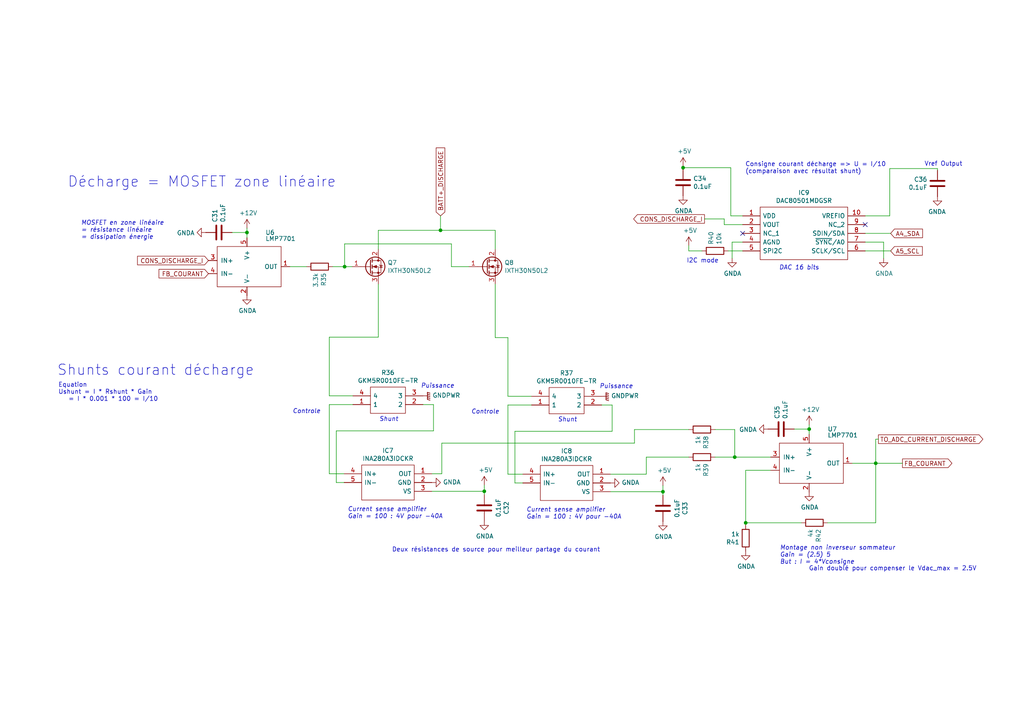
<source format=kicad_sch>
(kicad_sch (version 20231120) (generator "eeschema") (generator_version "8.0")
  (paper "A4")
  (lib_symbols
    (symbol "Device:C" (pin_numbers hide) (pin_names (offset 0.254))
      (property "Reference" "C" (at 0.635 2.54 0))
      (property "Value" "C" (at 0.635 -2.54 0))
      (symbol "C_0_1"
        (polyline (pts (xy -2.032 -0.762) (xy 2.032 -0.762)) (stroke (width 0.508)))
        (polyline (pts (xy -2.032 0.762) (xy 2.032 0.762)) (stroke (width 0.508)))
      )
      (symbol "C_1_1"
        (pin passive line (at 0 3.81 270) (length 2.794) (name "~") (number "1"))
        (pin passive line (at 0 -3.81 90) (length 2.794) (name "~") (number "2"))
      )
    )
    (symbol "Device:Q_NMOS_GDS" (pin_names (offset 0) hide)
      (property "Reference" "Q" (at 5.08 1.27 0))
      (property "Value" "Q_NMOS_GDS" (at 5.08 -1.27 0))
      (symbol "Q_NMOS_GDS_0_1"
        (polyline (pts (xy 0.254 0) (xy -2.54 0)))
        (polyline (pts (xy 0.254 1.905) (xy 0.254 -1.905)) (stroke (width 0.254)))
        (polyline (pts (xy 0.762 -1.27) (xy 0.762 -2.286)) (stroke (width 0.254)))
        (polyline (pts (xy 0.762 0.508) (xy 0.762 -0.508)) (stroke (width 0.254)))
        (polyline (pts (xy 0.762 2.286) (xy 0.762 1.27)) (stroke (width 0.254)))
        (polyline (pts (xy 2.54 2.54) (xy 2.54 1.778)))
        (polyline (pts (xy 2.54 -2.54) (xy 2.54 0) (xy 0.762 0)))
        (polyline (pts (xy 0.762 -1.778) (xy 3.302 -1.778) (xy 3.302 1.778) (xy 0.762 1.778)))
        (polyline (pts (xy 1.016 0) (xy 2.032 0.381) (xy 2.032 -0.381) (xy 1.016 0)) (fill (type outline)))
        (polyline (pts (xy 2.794 0.508) (xy 2.921 0.381) (xy 3.683 0.381) (xy 3.81 0.254)))
        (polyline (pts (xy 3.302 0.381) (xy 2.921 -0.254) (xy 3.683 -0.254) (xy 3.302 0.381)))
        (circle (center 1.651 0) (radius 2.794) (stroke (width 0.254)))
        (circle (center 2.54 -1.778) (radius 0.254) (fill (type outline)))
        (circle (center 2.54 1.778) (radius 0.254) (fill (type outline)))
      )
      (symbol "Q_NMOS_GDS_1_1"
        (pin input line (at -5.08 0 0) (length 2.54) (name "G") (number "1"))
        (pin passive line (at 2.54 5.08 270) (length 2.54) (name "D") (number "2"))
        (pin passive line (at 2.54 -5.08 90) (length 2.54) (name "S") (number "3"))
      )
    )
    (symbol "Device:R" (pin_numbers hide) (pin_names (offset 0))
      (property "Reference" "R" (at 2.032 0 90))
      (property "Value" "R" (at 0 0 90))
      (symbol "R_0_1"
        (rectangle (start -1.016 -2.54) (end 1.016 2.54) (stroke (width 0.254)))
      )
      (symbol "R_1_1"
        (pin passive line (at 0 3.81 270) (length 1.27) (name "~") (number "1"))
        (pin passive line (at 0 -3.81 90) (length 1.27) (name "~") (number "2"))
      )
    )
    (symbol "open-lion:DAC80501MDGSR" (pin_names (offset 0.762))
      (property "Reference" "IC" (at 31.75 7.62 0))
      (property "Value" "DAC80501MDGSR" (at 31.75 5.08 0))
      (symbol "DAC80501MDGSR_0_0"
        (pin passive line (at 0 0 0) (length 5.08) (name "VDD") (number "1"))
        (pin passive line (at 35.56 0 180) (length 5.08) (name "VREFIO") (number "10"))
        (pin passive line (at 0 -2.54 0) (length 5.08) (name "VOUT") (number "2"))
        (pin passive line (at 0 -5.08 0) (length 5.08) (name "NC_1") (number "3"))
        (pin passive line (at 0 -7.62 0) (length 5.08) (name "AGND") (number "4"))
        (pin passive line (at 0 -10.16 0) (length 5.08) (name "SPI2C") (number "5"))
        (pin passive line (at 35.56 -10.16 180) (length 5.08) (name "SCLK/SCL") (number "6"))
        (pin passive line (at 35.56 -7.62 180) (length 5.08) (name "~{SYNC}/A0") (number "7"))
        (pin passive line (at 35.56 -5.08 180) (length 5.08) (name "SDIN/SDA") (number "8"))
        (pin passive line (at 35.56 -2.54 180) (length 5.08) (name "NC_2") (number "9"))
      )
      (symbol "DAC80501MDGSR_0_1"
        (polyline (pts (xy 5.08 2.54) (xy 30.48 2.54) (xy 30.48 -12.7) (xy 5.08 -12.7) (xy 5.08 2.54)) (stroke (width 0.1524)))
      )
    )
    (symbol "open-lion:GKM5R0010FE-TR" (pin_names (offset 0.762))
      (property "Reference" "R" (at 16.51 7.62 0))
      (property "Value" "GKM5R0010FE-TR" (at 16.51 5.08 0))
      (symbol "GKM5R0010FE-TR_0_0"
        (pin passive line (at 0 -2.54 0) (length 5.08) (name "1") (number "1"))
        (pin passive line (at 20.32 -2.54 180) (length 5.08) (name "2") (number "2"))
        (pin passive line (at 20.32 0 180) (length 5.08) (name "3") (number "3"))
        (pin passive line (at 0 0 0) (length 5.08) (name "4") (number "4"))
      )
      (symbol "GKM5R0010FE-TR_0_1"
        (polyline (pts (xy 5.08 2.54) (xy 15.24 2.54) (xy 15.24 -5.08) (xy 5.08 -5.08) (xy 5.08 2.54)) (stroke (width 0.1524)))
      )
    )
    (symbol "open-lion:INA280A3IDCKR" (pin_names (offset 0.762))
      (property "Reference" "IC" (at 21.59 7.62 0))
      (property "Value" "INA280A3IDCKR" (at 21.59 5.08 0))
      (symbol "INA280A3IDCKR_0_0"
        (pin passive line (at 0 0 0) (length 5.08) (name "OUT") (number "1"))
        (pin passive line (at 0 -2.54 0) (length 5.08) (name "GND") (number "2"))
        (pin passive line (at 0 -5.08 0) (length 5.08) (name "VS") (number "3"))
        (pin passive line (at 25.4 0 180) (length 5.08) (name "IN+") (number "4"))
        (pin passive line (at 25.4 -2.54 180) (length 5.08) (name "IN-") (number "5"))
      )
      (symbol "INA280A3IDCKR_0_1"
        (polyline (pts (xy 5.08 2.54) (xy 20.32 2.54) (xy 20.32 -7.62) (xy 5.08 -7.62) (xy 5.08 2.54)) (stroke (width 0.1524)))
      )
    )
    (symbol "open-lion:LMP7701" (pin_names (offset 1.016))
      (property "Reference" "U" (at -15.24 7.366 0))
      (property "Value" "LMP7701" (at -11.684 9.398 0))
      (symbol "LMP7701_0_0"
        (pin unspecified line (at 12.446 0 180) (length 2.54) (name "OUT") (number "1"))
        (pin unspecified line (at 0 -8.382 90) (length 2.54) (name "V-") (number "2"))
        (pin unspecified line (at -11.176 1.778 0) (length 2.54) (name "IN+") (number "3"))
        (pin unspecified line (at -11.176 -2.032 0) (length 2.54) (name "IN-") (number "4"))
        (pin unspecified line (at 0 8.382 270) (length 2.54) (name "V+") (number "5"))
      )
      (symbol "LMP7701_0_1"
        (rectangle (start -8.636 5.842) (end 9.906 -5.842))
      )
    )
    (symbol "power:+12V" (power) (pin_names (offset 0))
      (property "Value" "+12V" (at 0 3.556 0))
      (symbol "+12V_0_1"
        (polyline (pts (xy -0.762 1.27) (xy 0 2.54)))
        (polyline (pts (xy 0 0) (xy 0 2.54)))
        (polyline (pts (xy 0 2.54) (xy 0.762 1.27)))
      )
      (symbol "+12V_1_1"
        (pin power_in line (at 0 0 90) (length 0) hide (name "+12V") (number "1"))
      )
    )
    (symbol "power:+5V" (power) (pin_names (offset 0))
      (property "Value" "+5V" (at 0 3.556 0))
      (symbol "+5V_0_1"
        (polyline (pts (xy -0.762 1.27) (xy 0 2.54)))
        (polyline (pts (xy 0 0) (xy 0 2.54)))
        (polyline (pts (xy 0 2.54) (xy 0.762 1.27)))
      )
      (symbol "+5V_1_1"
        (pin power_in line (at 0 0 90) (length 0) hide (name "+5V") (number "1"))
      )
    )
    (symbol "power:GNDA" (power) (pin_names (offset 0))
      (property "Value" "GNDA" (at 0 -3.81 0))
      (symbol "GNDA_0_1"
        (polyline (pts (xy 0 0) (xy 0 -1.27) (xy 1.27 -1.27) (xy 0 -2.54) (xy -1.27 -1.27) (xy 0 -1.27)))
      )
      (symbol "GNDA_1_1"
        (pin power_in line (at 0 0 270) (length 0) hide (name "GNDA") (number "1"))
      )
    )
    (symbol "power:GNDPWR" (power) (pin_names (offset 0))
      (property "Value" "GNDPWR" (at 0 -3.302 0))
      (symbol "GNDPWR_0_1"
        (polyline (pts (xy 0 -1.27) (xy 0 0)))
        (polyline (pts (xy -1.016 -1.27) (xy -1.27 -2.032) (xy -1.27 -2.032)) (stroke (width 0.2032)))
        (polyline (pts (xy -0.508 -1.27) (xy -0.762 -2.032) (xy -0.762 -2.032)) (stroke (width 0.2032)))
        (polyline (pts (xy 0 -1.27) (xy -0.254 -2.032) (xy -0.254 -2.032)) (stroke (width 0.2032)))
        (polyline (pts (xy 0.508 -1.27) (xy 0.254 -2.032) (xy 0.254 -2.032)) (stroke (width 0.2032)))
        (polyline (pts (xy 1.016 -1.27) (xy -1.016 -1.27) (xy -1.016 -1.27)) (stroke (width 0.2032)))
        (polyline (pts (xy 1.016 -1.27) (xy 0.762 -2.032) (xy 0.762 -2.032) (xy 0.762 -2.032)) (stroke (width 0.2032)))
      )
      (symbol "GNDPWR_1_1"
        (pin power_in line (at 0 0 270) (length 0) hide (name "GNDPWR") (number "1"))
      )
    )
  )
  (junction (at 192.278 142.621))
  (junction (at 254 134.366))
  (junction (at 99.949 77.343))
  (junction (at 234.696 124.46))
  (junction (at 198.12 48.641))
  (junction (at 71.628 67.437))
  (junction (at 127.762 66.802))
  (junction (at 216.281 151.638))
  (junction (at 213.106 132.588))
  (junction (at 140.462 142.494))
  (no_connect (at 250.952 65.151))
  (no_connect (at 215.392 67.691))
  (wire (pts (xy 216.281 136.398) (xy 216.281 151.638)))
  (wire (pts (xy 211.963 62.611) (xy 215.392 62.611)))
  (wire (pts (xy 140.462 142.494) (xy 140.462 140.716)))
  (wire (pts (xy 192.278 143.637) (xy 192.278 142.621)))
  (wire (pts (xy 96.52 77.343) (xy 99.949 77.343)))
  (wire (pts (xy 230.378 124.46) (xy 234.696 124.46)))
  (wire (pts (xy 192.278 142.621) (xy 192.278 140.843)))
  (wire (pts (xy 184.023 128.524) (xy 128.143 128.524)))
  (wire (pts (xy 154.178 114.935) (xy 147.32 114.935)))
  (wire (pts (xy 177.038 137.541) (xy 187.452 137.541)))
  (wire (pts (xy 143.637 66.802) (xy 143.637 72.263)))
  (wire (pts (xy 232.41 151.638) (xy 216.281 151.638)))
  (wire (pts (xy 254 134.366) (xy 261.747 134.366)))
  (wire (pts (xy 258.064 62.611) (xy 258.064 48.895)))
  (wire (pts (xy 216.281 151.638) (xy 216.281 152.273)))
  (wire (pts (xy 198.12 49.149) (xy 198.12 48.641)))
  (wire (pts (xy 109.728 66.802) (xy 109.728 72.263)))
  (wire (pts (xy 149.352 140.081) (xy 149.352 125.095)))
  (wire (pts (xy 140.462 143.51) (xy 140.462 142.494)))
  (wire (pts (xy 216.281 136.398) (xy 223.52 136.398)))
  (wire (pts (xy 250.952 70.231) (xy 256.286 70.231)))
  (wire (pts (xy 254 134.366) (xy 254 151.638)))
  (wire (pts (xy 210.058 65.151) (xy 215.392 65.151)))
  (wire (pts (xy 95.504 114.808) (xy 95.504 97.79)))
  (wire (pts (xy 177.546 125.095) (xy 177.546 117.475)))
  (wire (pts (xy 147.32 117.475) (xy 147.32 137.541)))
  (wire (pts (xy 198.12 48.641) (xy 211.963 48.641)))
  (wire (pts (xy 177.546 117.475) (xy 174.498 117.475)))
  (wire (pts (xy 271.907 48.895) (xy 258.064 48.895)))
  (wire (pts (xy 250.952 72.771) (xy 258.318 72.771)))
  (wire (pts (xy 147.32 114.935) (xy 147.32 97.917)))
  (wire (pts (xy 177.038 142.621) (xy 192.278 142.621)))
  (wire (pts (xy 254 127.381) (xy 254.762 127.381)))
  (wire (pts (xy 143.637 82.423) (xy 143.637 97.917)))
  (wire (pts (xy 250.952 62.611) (xy 258.064 62.611)))
  (wire (pts (xy 213.106 132.588) (xy 223.52 132.588)))
  (wire (pts (xy 128.143 137.414) (xy 125.222 137.414)))
  (wire (pts (xy 97.536 124.968) (xy 125.73 124.968)))
  (wire (pts (xy 99.949 77.343) (xy 102.108 77.343)))
  (wire (pts (xy 99.949 77.343) (xy 99.949 70.739)))
  (wire (pts (xy 199.771 71.247) (xy 199.771 72.771)))
  (wire (pts (xy 125.73 117.348) (xy 122.682 117.348)))
  (wire (pts (xy 234.696 125.984) (xy 234.696 124.46)))
  (wire (pts (xy 71.628 67.437) (xy 71.628 66.167)))
  (wire (pts (xy 84.074 77.343) (xy 88.9 77.343)))
  (wire (pts (xy 149.352 125.095) (xy 177.546 125.095)))
  (wire (pts (xy 213.106 124.587) (xy 207.391 124.587)))
  (wire (pts (xy 184.023 124.587) (xy 199.771 124.587)))
  (wire (pts (xy 99.822 139.954) (xy 97.536 139.954)))
  (wire (pts (xy 127.762 62.611) (xy 127.762 66.802)))
  (wire (pts (xy 211.963 48.641) (xy 211.963 62.611)))
  (wire (pts (xy 102.362 117.348) (xy 95.504 117.348)))
  (wire (pts (xy 271.907 49.403) (xy 271.907 48.895)))
  (wire (pts (xy 127.762 66.802) (xy 143.637 66.802)))
  (wire (pts (xy 97.536 139.954) (xy 97.536 124.968)))
  (wire (pts (xy 211.201 72.771) (xy 215.392 72.771)))
  (wire (pts (xy 240.03 151.638) (xy 254 151.638)))
  (wire (pts (xy 256.286 70.231) (xy 256.286 74.93)))
  (wire (pts (xy 102.362 114.808) (xy 95.504 114.808)))
  (wire (pts (xy 187.452 132.588) (xy 187.452 137.541)))
  (wire (pts (xy 247.142 134.366) (xy 254 134.366)))
  (wire (pts (xy 154.178 117.475) (xy 147.32 117.475)))
  (wire (pts (xy 234.696 124.46) (xy 234.696 123.19)))
  (wire (pts (xy 67.31 67.437) (xy 71.628 67.437)))
  (wire (pts (xy 210.058 63.5) (xy 210.058 65.151)))
  (wire (pts (xy 198.12 48.641) (xy 198.12 48.26)))
  (wire (pts (xy 130.937 77.343) (xy 136.017 77.343)))
  (wire (pts (xy 71.628 68.961) (xy 71.628 67.437)))
  (wire (pts (xy 187.452 132.588) (xy 199.771 132.588)))
  (wire (pts (xy 212.344 74.93) (xy 212.344 70.231)))
  (wire (pts (xy 95.504 137.414) (xy 99.822 137.414)))
  (wire (pts (xy 184.023 124.587) (xy 184.023 128.524)))
  (wire (pts (xy 109.728 66.802) (xy 127.762 66.802)))
  (wire (pts (xy 130.937 70.739) (xy 130.937 77.343)))
  (wire (pts (xy 207.391 132.588) (xy 213.106 132.588)))
  (wire (pts (xy 95.504 117.348) (xy 95.504 137.414)))
  (wire (pts (xy 147.32 97.917) (xy 143.637 97.917)))
  (wire (pts (xy 99.949 70.739) (xy 130.937 70.739)))
  (wire (pts (xy 128.143 128.524) (xy 128.143 137.414)))
  (wire (pts (xy 125.73 124.968) (xy 125.73 117.348)))
  (wire (pts (xy 125.222 142.494) (xy 140.462 142.494)))
  (wire (pts (xy 147.32 137.541) (xy 151.638 137.541)))
  (wire (pts (xy 204.343 63.5) (xy 210.058 63.5)))
  (wire (pts (xy 212.344 70.231) (xy 215.392 70.231)))
  (wire (pts (xy 254 134.366) (xy 254 127.381)))
  (wire (pts (xy 109.728 97.79) (xy 109.728 82.423)))
  (wire (pts (xy 213.106 124.587) (xy 213.106 132.588)))
  (wire (pts (xy 151.638 140.081) (xy 149.352 140.081)))
  (wire (pts (xy 199.771 72.771) (xy 203.581 72.771)))
  (wire (pts (xy 95.504 97.79) (xy 109.728 97.79)))
  (wire (pts (xy 258.318 67.691) (xy 250.952 67.691)))
  (text "I2C mode" (at 199.136 76.454 0) (effects (font (size 1.27 1.27)) (justify left bottom)))
  (text "Current sense amplifier\nGain = 100 : 4V pour -40A" (at 152.654 150.749 0) (effects (font (size 1.27 1.27) (italic yes)) (justify left bottom)))
  (text "Shunt" (at 109.982 122.428 0) (effects (font (size 1.27 1.27) (italic yes)) (justify left bottom)))
  (text "Shunts courant décharge\n" (at 16.51 109.22 0) (effects (font (size 2.9972 2.9972)) (justify left bottom)))
  (text "Puissance" (at 122.047 112.776 0) (effects (font (size 1.27 1.27) (italic yes)) (justify left bottom)))
  (text "DAC 16 bits" (at 225.933 78.486 0) (effects (font (size 1.27 1.27) (italic yes)) (justify left bottom)))
  (text "Controle" (at 84.836 120.142 0) (effects (font (size 1.27 1.27) (italic yes)) (justify left bottom)))
  (text "Shunt" (at 161.798 122.555 0) (effects (font (size 1.27 1.27) (italic yes)) (justify left bottom)))
  (text "Deux résistances de source pour meilleur partage du courant" (at 113.665 160.274 0) (effects (font (size 1.27 1.27)) (justify left bottom)))
  (text "MOSFET en zone linéaire\n= résistance linéaire\n= dissipation énergie" (at 23.495 69.596 0) (effects (font (size 1.27 1.27) (italic yes)) (justify left bottom)))
  (text "Gain doublé pour compenser le Vdac_max = 2.5V" (at 234.569 165.735 0) (effects (font (size 1.27 1.27)) (justify left bottom)))
  (text "Vref Output" (at 268.097 48.387 0) (effects (font (size 1.27 1.27)) (justify left bottom)))
  (text "Controle" (at 136.652 120.269 0) (effects (font (size 1.27 1.27) (italic yes)) (justify left bottom)))
  (text "Consigne courant décharge => U = I/10\n(comparaison avec résultat shunt)" (at 216.154 50.546 0) (effects (font (size 1.27 1.27)) (justify left bottom)))
  (text "Montage non inverseur sommateur\nGain = (2.5) 5\nBut : I = 4*Vconsigne" (at 226.187 163.83 0) (effects (font (size 1.27 1.27) (italic yes)) (justify left bottom)))
  (text "Current sense amplifier\nGain = 100 : 4V pour -40A" (at 100.838 150.622 0) (effects (font (size 1.27 1.27) (italic yes)) (justify left bottom)))
  (text "Equation\nUshunt = I * Rshunt * Gain\n   = I * 0.001 * 100 = I/10" (at 16.891 116.586 0) (effects (font (size 1.27 1.27)) (justify left bottom)))
  (text "Puissance" (at 173.863 112.903 0) (effects (font (size 1.27 1.27) (italic yes)) (justify left bottom)))
  (text "Décharge = MOSFET zone linéaire" (at 19.558 54.61 0) (effects (font (size 2.9972 2.9972)) (justify left bottom)))
  (global_label "TO_ADC_CURRENT_DISCHARGE" (shape output) (at 254.762 127.381 0) (property "Intersheetrefs" "${INTERSHEET_REFS}" (effects (hide yes))))
  (global_label "A5_SCL" (shape input) (at 258.318 72.771 0) (property "Intersheetrefs" "${INTERSHEET_REFS}" (effects (hide yes))))
  (global_label "FB_COURANT" (shape input) (at 60.452 79.375 180) (property "Intersheetrefs" "${INTERSHEET_REFS}" (effects (hide yes))))
  (global_label "A4_SDA" (shape input) (at 258.318 67.691 0) (property "Intersheetrefs" "${INTERSHEET_REFS}" (effects (hide yes))))
  (global_label "FB_COURANT" (shape output) (at 261.747 134.366 0) (property "Intersheetrefs" "${INTERSHEET_REFS}" (effects (hide yes))))
  (global_label "CONS_DISCHARGE_I" (shape input) (at 60.452 75.565 180) (property "Intersheetrefs" "${INTERSHEET_REFS}" (effects (hide yes))))
  (global_label "CONS_DISCHARGE_I" (shape output) (at 204.343 63.5 180) (property "Intersheetrefs" "${INTERSHEET_REFS}" (effects (hide yes))))
  (global_label "BATT+_DISCHARGE" (shape input) (at 127.762 62.611 90) (property "Intersheetrefs" "${INTERSHEET_REFS}" (effects (hide yes))))
  (symbol (lib_id "power:GNDPWR") (at 122.682 114.808 90) (unit 1)
    (property "Reference" "#PWR040" (effects (hide yes)))
    (property "Value" "GNDPWR" (at 125.4252 114.681 90) (effects (justify right)))
  )
  (symbol (lib_id "power:GNDPWR") (at 174.498 114.935 90) (unit 1)
    (property "Reference" "#PWR041" (effects (hide yes)))
    (property "Value" "GNDPWR" (at 177.2412 114.808 90) (effects (justify right)))
  )
  (symbol (lib_id "Device:R") (at 92.71 77.343 270) (unit 1)
    (property "Reference" "R35" (at 93.8784 79.121 0) (effects (justify left)))
    (property "Value" "3.3k" (at 91.567 79.121 0) (effects (justify left)))
    (property "Footprint" "Resistor_SMD:R_0805_2012Metric" (effects (hide yes)))
  )
  (symbol (lib_id "open-lion:LMP7701") (at 71.628 77.343 0) (unit 1)
    (property "Reference" "U6" (at 76.962 67.437 0) (effects (justify left)))
    (property "Value" "LMP7701" (at 76.962 69.215 0) (effects (justify left)))
    (property "Footprint" "Package_TO_SOT_SMD:SOT-23-5_HandSoldering" (effects (hide yes)))
  )
  (symbol (lib_id "power:+12V") (at 71.628 66.167 0) (unit 1)
    (property "Reference" "#PWR088" (effects (hide yes)))
    (property "Value" "+12V" (at 72.009 61.7728 0))
  )
  (symbol (lib_id "Device:C") (at 63.5 67.437 90) (unit 1)
    (property "Reference" "C31" (at 62.3316 64.516 0) (effects (justify left)))
    (property "Value" "0.1uF" (at 64.643 64.516 0) (effects (justify left)))
    (property "Footprint" "Capacitor_SMD:C_0805_2012Metric" (effects (hide yes)))
  )
  (symbol (lib_id "Device:Q_NMOS_GDS") (at 107.188 77.343 0) (unit 1)
    (property "Reference" "Q7" (at 112.395 76.1746 0) (effects (justify left)))
    (property "Value" "IXTH30N50L2" (at 112.395 78.486 0) (effects (justify left)))
    (property "Footprint" "Package_TO_SOT_THT:TO-247-3_Vertical" (effects (hide yes)))
  )
  (symbol (lib_id "open-lion:DAC80501MDGSR") (at 215.392 62.611 0) (unit 1)
    (property "Reference" "IC9" (at 233.172 55.88 0))
    (property "Value" "DAC80501MDGSR" (at 233.172 58.1914 0))
    (property "Footprint" "libTX54:SOP50P490X110-10N" (effects (hide yes)))
    (property "Datasheet" "https://www.ti.com/lit/gpn/DAC80501" (effects (hide yes)))
    (property "Description" "DAC 1-CH R-2R 16-bit 10-Pin VSSOP T/R" (effects (hide yes)))
    (property "Height" "1.1" (effects (hide yes)))
    (property "Manufacturer_Name" "Texas Instruments" (effects (hide yes)))
    (property "Manufacturer_Part_Number" "DAC80501MDGSR" (effects (hide yes)))
    (property "Mouser Part Number" "595-DAC80501MDGSR" (effects (hide yes)))
    (property "Mouser Price/Stock" "https://www.mouser.co.uk/ProductDetail/Texas-Instruments/DAC80501MDGSR?qs=%252B6g0mu59x7JZMs1JuGefUg%3D%3D" (effects (hide yes)))
    (property "Arrow Part Number" "DAC80501MDGSR" (effects (hide yes)))
    (property "Arrow Price/Stock" "https://www.arrow.com/en/products/dac80501mdgsr/texas-instruments?region=nac" (effects (hide yes)))
    (property "Description_1" "DAC 1-CH R-2R 16-bit 10-Pin VSSOP T/R" (effects (hide yes)))
  )
  (symbol (lib_id "power:+5V") (at 199.771 71.247 0) (unit 1)
    (property "Reference" "#PWR0100" (effects (hide yes)))
    (property "Value" "+5V" (at 200.152 66.8528 0))
  )
  (symbol (lib_id "Device:R") (at 207.391 72.771 90) (unit 1)
    (property "Reference" "R40" (at 206.2226 70.993 0) (effects (justify left)))
    (property "Value" "10k" (at 208.534 70.993 0) (effects (justify left)))
    (property "Footprint" "Resistor_SMD:R_0805_2012Metric" (effects (hide yes)))
  )
  (symbol (lib_id "power:GNDA") (at 256.286 74.93 0) (unit 1)
    (property "Reference" "#PWR0106" (effects (hide yes)))
    (property "Value" "GNDA" (at 256.413 79.3242 0))
  )
  (symbol (lib_id "power:GNDA") (at 212.344 74.93 0) (unit 1)
    (property "Reference" "#PWR0101" (effects (hide yes)))
    (property "Value" "GNDA" (at 212.471 79.3242 0))
  )
  (symbol (lib_id "Device:C") (at 198.12 52.959 0) (unit 1)
    (property "Reference" "C34" (at 201.041 51.7906 0) (effects (justify left)))
    (property "Value" "0.1uF" (at 201.041 54.102 0) (effects (justify left)))
    (property "Footprint" "Capacitor_SMD:C_0805_2012Metric" (effects (hide yes)))
  )
  (symbol (lib_id "power:GNDA") (at 198.12 56.769 0) (unit 1)
    (property "Reference" "#PWR099" (effects (hide yes)))
    (property "Value" "GNDA" (at 198.247 61.1632 0))
  )
  (symbol (lib_id "power:+5V") (at 198.12 48.26 0) (unit 1)
    (property "Reference" "#PWR098" (effects (hide yes)))
    (property "Value" "+5V" (at 198.501 43.8658 0))
  )
  (symbol (lib_id "Device:C") (at 271.907 53.213 0) (mirror y) (unit 1)
    (property "Reference" "C36" (at 268.986 52.0446 0) (effects (justify left)))
    (property "Value" "0.1uF" (at 268.986 54.356 0) (effects (justify left)))
    (property "Footprint" "Capacitor_SMD:C_0805_2012Metric" (effects (hide yes)))
  )
  (symbol (lib_id "power:GNDA") (at 271.907 57.023 0) (mirror y) (unit 1)
    (property "Reference" "#PWR0108" (effects (hide yes)))
    (property "Value" "GNDA" (at 271.78 61.4172 0))
  )
  (symbol (lib_id "Device:Q_NMOS_GDS") (at 141.097 77.343 0) (unit 1)
    (property "Reference" "Q8" (at 146.304 76.1746 0) (effects (justify left)))
    (property "Value" "IXTH30N50L2" (at 146.304 78.486 0) (effects (justify left)))
    (property "Footprint" "Package_TO_SOT_THT:TO-247-3_Vertical" (effects (hide yes)))
  )
  (symbol (lib_id "power:GNDA") (at 71.628 85.725 0) (unit 1)
    (property "Reference" "#PWR089" (effects (hide yes)))
    (property "Value" "GNDA" (at 71.755 90.1192 0))
  )
  (symbol (lib_id "power:GNDA") (at 59.69 67.437 270) (unit 1)
    (property "Reference" "#PWR087" (effects (hide yes)))
    (property "Value" "GNDA" (at 56.4642 67.564 90) (effects (justify right)))
  )
  (symbol (lib_id "power:+5V") (at 140.462 140.716 0) (unit 1)
    (property "Reference" "#PWR092" (effects (hide yes)))
    (property "Value" "+5V" (at 140.843 136.3218 0))
  )
  (symbol (lib_id "Device:C") (at 140.462 147.32 180) (unit 1)
    (property "Reference" "C32" (at 146.8628 147.32 90))
    (property "Value" "0.1uF" (at 144.5514 147.32 90))
    (property "Footprint" "Capacitor_SMD:C_0805_2012Metric" (effects (hide yes)))
  )
  (symbol (lib_id "open-lion:GKM5R0010FE-TR") (at 102.362 114.808 0) (unit 1)
    (property "Reference" "R36" (at 112.522 108.077 0))
    (property "Value" "GKM5R0010FE-TR" (at 112.522 110.3884 0))
    (property "Footprint" "GKM5R0010FETR" (effects (hide yes)))
    (property "Datasheet" "https://www.mouser.de/datasheet/2/303/res_fkgk-1628343.pdf" (effects (hide yes)))
    (property "Description" "Current Sense Resistors - SMD 5W 1% 0.001 OHM" (effects (hide yes)))
    (property "Height" "3.5" (effects (hide yes)))
    (property "Manufacturer_Name" "Ohmite" (effects (hide yes)))
    (property "Manufacturer_Part_Number" "GKM5R0010FE-TR" (effects (hide yes)))
    (property "Mouser Part Number" "588-GKM5R0010FE-TR" (effects (hide yes)))
    (property "Mouser Price/Stock" "https://www.mouser.co.uk/ProductDetail/Ohmite/GKM5R0010FE-TR?qs=0lSvoLzn4L%252BLS%252BxDGju16g%3D%3D" (effects (hide yes)))
    (property "Description_1" "Current Sense Resistors - SMD 5W 1% 0.001 OHM" (effects (hide yes)))
  )
  (symbol (lib_id "power:GNDA") (at 140.462 151.13 0) (unit 1)
    (property "Reference" "#PWR093" (effects (hide yes)))
    (property "Value" "GNDA" (at 140.589 155.5242 0))
  )
  (symbol (lib_id "power:GNDA") (at 125.222 139.954 90) (unit 1)
    (property "Reference" "#PWR091" (effects (hide yes)))
    (property "Value" "GNDA" (at 128.4732 139.827 90) (effects (justify right)))
  )
  (symbol (lib_id "power:+5V") (at 192.278 140.843 0) (unit 1)
    (property "Reference" "#PWR096" (effects (hide yes)))
    (property "Value" "+5V" (at 192.659 136.4488 0))
  )
  (symbol (lib_id "Device:C") (at 192.278 147.447 180) (unit 1)
    (property "Reference" "C33" (at 198.6788 147.447 90))
    (property "Value" "0.1uF" (at 196.3674 147.447 90))
    (property "Footprint" "Capacitor_SMD:C_0805_2012Metric" (effects (hide yes)))
  )
  (symbol (lib_id "open-lion:GKM5R0010FE-TR") (at 154.178 114.935 0) (unit 1)
    (property "Reference" "R37" (at 164.338 108.204 0))
    (property "Value" "GKM5R0010FE-TR" (at 164.338 110.5154 0))
    (property "Footprint" "GKM5R0010FETR" (effects (hide yes)))
    (property "Datasheet" "https://www.mouser.de/datasheet/2/303/res_fkgk-1628343.pdf" (effects (hide yes)))
    (property "Description" "Current Sense Resistors - SMD 5W 1% 0.001 OHM" (effects (hide yes)))
    (property "Height" "3.5" (effects (hide yes)))
    (property "Manufacturer_Name" "Ohmite" (effects (hide yes)))
    (property "Manufacturer_Part_Number" "GKM5R0010FE-TR" (effects (hide yes)))
    (property "Mouser Part Number" "588-GKM5R0010FE-TR" (effects (hide yes)))
    (property "Mouser Price/Stock" "https://www.mouser.co.uk/ProductDetail/Ohmite/GKM5R0010FE-TR?qs=0lSvoLzn4L%252BLS%252BxDGju16g%3D%3D" (effects (hide yes)))
    (property "Description_1" "Current Sense Resistors - SMD 5W 1% 0.001 OHM" (effects (hide yes)))
  )
  (symbol (lib_id "power:GNDA") (at 192.278 151.257 0) (unit 1)
    (property "Reference" "#PWR097" (effects (hide yes)))
    (property "Value" "GNDA" (at 192.405 155.6512 0))
  )
  (symbol (lib_id "power:GNDA") (at 177.038 140.081 90) (unit 1)
    (property "Reference" "#PWR095" (effects (hide yes)))
    (property "Value" "GNDA" (at 180.2892 139.954 90) (effects (justify right)))
  )
  (symbol (lib_id "open-lion:LMP7701") (at 234.696 134.366 0) (unit 1)
    (property "Reference" "U7" (at 240.03 124.46 0) (effects (justify left)))
    (property "Value" "LMP7701" (at 240.03 126.238 0) (effects (justify left)))
    (property "Footprint" "Package_TO_SOT_SMD:SOT-23-5_HandSoldering" (effects (hide yes)))
  )
  (symbol (lib_id "power:+12V") (at 234.696 123.19 0) (unit 1)
    (property "Reference" "#PWR0104" (effects (hide yes)))
    (property "Value" "+12V" (at 235.077 118.7958 0))
  )
  (symbol (lib_id "Device:C") (at 226.568 124.46 90) (unit 1)
    (property "Reference" "C35" (at 225.3996 121.539 0) (effects (justify left)))
    (property "Value" "0.1uF" (at 227.711 121.539 0) (effects (justify left)))
    (property "Footprint" "Capacitor_SMD:C_0805_2012Metric" (effects (hide yes)))
  )
  (symbol (lib_id "power:GNDA") (at 234.696 142.748 0) (unit 1)
    (property "Reference" "#PWR0105" (effects (hide yes)))
    (property "Value" "GNDA" (at 234.823 147.1422 0))
  )
  (symbol (lib_id "power:GNDA") (at 222.758 124.46 270) (unit 1)
    (property "Reference" "#PWR0103" (effects (hide yes)))
    (property "Value" "GNDA" (at 219.5322 124.587 90) (effects (justify right)))
  )
  (symbol (lib_id "Device:R") (at 203.581 124.587 270) (unit 1)
    (property "Reference" "R38" (at 204.7494 126.365 0) (effects (justify left)))
    (property "Value" "1k" (at 202.438 126.365 0) (effects (justify left)))
    (property "Footprint" "Resistor_SMD:R_0805_2012Metric" (effects (hide yes)))
  )
  (symbol (lib_id "Device:R") (at 203.581 132.588 270) (unit 1)
    (property "Reference" "R39" (at 204.7494 134.366 0) (effects (justify left)))
    (property "Value" "1k" (at 202.438 134.366 0) (effects (justify left)))
    (property "Footprint" "Resistor_SMD:R_0805_2012Metric" (effects (hide yes)))
  )
  (symbol (lib_id "Device:R") (at 216.281 156.083 180) (unit 1)
    (property "Reference" "R41" (at 214.503 157.2514 0) (effects (justify left)))
    (property "Value" "1k" (at 214.503 154.94 0) (effects (justify left)))
    (property "Footprint" "Resistor_SMD:R_0805_2012Metric" (effects (hide yes)))
  )
  (symbol (lib_id "Device:R") (at 236.22 151.638 270) (unit 1)
    (property "Reference" "R42" (at 237.3884 153.416 0) (effects (justify left)))
    (property "Value" "4k" (at 235.077 153.416 0) (effects (justify left)))
    (property "Footprint" "Resistor_SMD:R_0805_2012Metric" (effects (hide yes)))
  )
  (symbol (lib_id "power:GNDA") (at 216.281 159.893 0) (unit 1)
    (property "Reference" "#PWR0102" (effects (hide yes)))
    (property "Value" "GNDA" (at 216.408 164.2872 0))
  )
  (symbol (lib_id "open-lion:INA280A3IDCKR") (at 125.222 137.414 0) (mirror y) (unit 1)
    (property "Reference" "IC7" (at 112.522 130.683 0))
    (property "Value" "INA280A3IDCKR" (at 112.522 132.9944 0))
    (property "Footprint" "SOT65P210X110-5N" (effects (hide yes)))
    (property "Datasheet" "https://www.ti.com/lit/ds/symlink/ina280.pdf" (effects (hide yes)))
    (property "Description" "2.7-V TO 100-V, 800-KHZ, CURRENT" (effects (hide yes)))
    (property "Height" "1.1" (effects (hide yes)))
    (property "Manufacturer_Name" "Texas Instruments" (effects (hide yes)))
    (property "Manufacturer_Part_Number" "INA280A3IDCKR" (effects (hide yes)))
    (property "Mouser Part Number" "595-INA280A3IDCKR" (effects (hide yes)))
    (property "Mouser Price/Stock" "https://www.mouser.co.uk/ProductDetail/Texas-Instruments/INA280A3IDCKR?qs=hd1VzrDQEGh%252Btx0cT491mw%3D%3D" (effects (hide yes)))
    (property "Arrow Part Number" "INA280A3IDCKR" (effects (hide yes)))
    (property "Arrow Price/Stock" "https://www.arrow.com/en/products/ina280a3idckr/texas-instruments?region=nac" (effects (hide yes)))
    (property "Description_1" "2.7-V TO 100-V, 800-KHZ, CURRENT" (effects (hide yes)))
  )
  (symbol (lib_id "open-lion:INA280A3IDCKR") (at 177.038 137.541 0) (mirror y) (unit 1)
    (property "Reference" "IC8" (at 164.338 130.81 0))
    (property "Value" "INA280A3IDCKR" (at 164.338 133.1214 0))
    (property "Footprint" "SOT65P210X110-5N" (effects (hide yes)))
    (property "Datasheet" "https://www.ti.com/lit/ds/symlink/ina280.pdf" (effects (hide yes)))
    (property "Description" "2.7-V TO 100-V, 800-KHZ, CURRENT" (effects (hide yes)))
    (property "Height" "1.1" (effects (hide yes)))
    (property "Manufacturer_Name" "Texas Instruments" (effects (hide yes)))
    (property "Manufacturer_Part_Number" "INA280A3IDCKR" (effects (hide yes)))
    (property "Mouser Part Number" "595-INA280A3IDCKR" (effects (hide yes)))
    (property "Mouser Price/Stock" "https://www.mouser.co.uk/ProductDetail/Texas-Instruments/INA280A3IDCKR?qs=hd1VzrDQEGh%252Btx0cT491mw%3D%3D" (effects (hide yes)))
    (property "Arrow Part Number" "INA280A3IDCKR" (effects (hide yes)))
    (property "Arrow Price/Stock" "https://www.arrow.com/en/products/ina280a3idckr/texas-instruments?region=nac" (effects (hide yes)))
    (property "Description_1" "2.7-V TO 100-V, 800-KHZ, CURRENT" (effects (hide yes)))
  )
)
</source>
